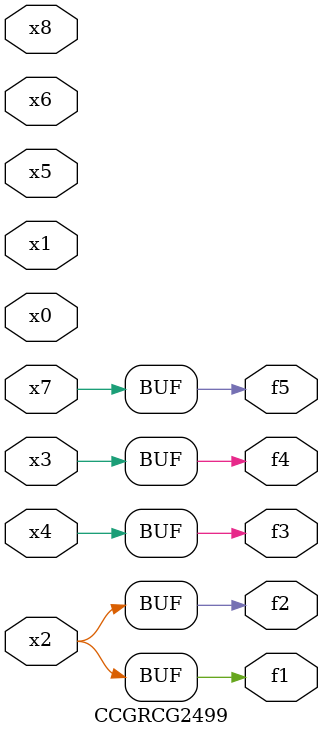
<source format=v>
module CCGRCG2499(
	input x0, x1, x2, x3, x4, x5, x6, x7, x8,
	output f1, f2, f3, f4, f5
);
	assign f1 = x2;
	assign f2 = x2;
	assign f3 = x4;
	assign f4 = x3;
	assign f5 = x7;
endmodule

</source>
